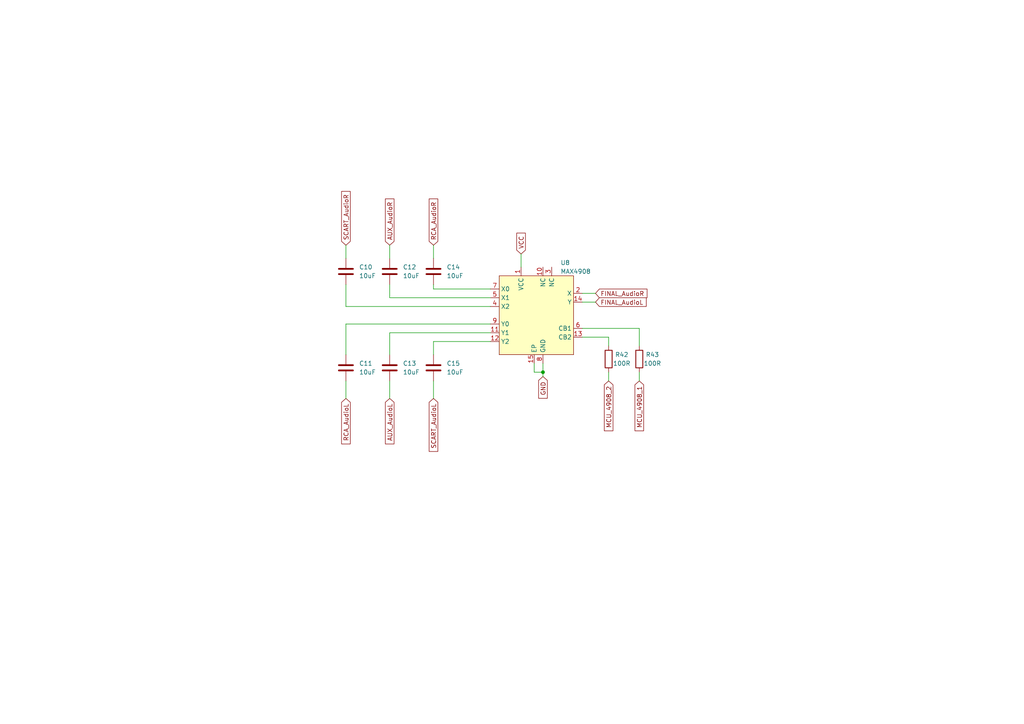
<source format=kicad_sch>
(kicad_sch (version 20211123) (generator eeschema)
  (paper "A4")
  (title_block (title "RT5XP-EXP") (date "2023-04-07") (rev "V1.1") (company "Artjom Eske"))
  (lib_symbols
    (symbol "AE:MAX4908"
      (property "Reference" "U" (at 11.43 15.24 0))
      (property "Value" "MAX4908" (at 11.43 12.7 0))
      (symbol "MAX4908_0_1"
        (rectangle (start -10.16 11.43) (end 11.43 -11.43) (fill (type background)))
      )
      (symbol "MAX4908_1_1"
        (pin passive line (at -3.81 13.97 270) (length 2.54) (name "VCC") (number "1"))
        (pin passive line (at 2.54 13.97 270) (length 2.54) (name "NC") (number "10"))
        (pin passive line (at -12.7 -5.08 0) (length 2.54) (name "Y1") (number "11"))
        (pin passive line (at -12.7 -7.62 0) (length 2.54) (name "Y2") (number "12"))
        (pin passive line (at 13.97 -6.35 180) (length 2.54) (name "CB2") (number "13"))
        (pin passive line (at 13.97 3.81 180) (length 2.54) (name "Y") (number "14"))
        (pin passive line (at 0 -13.97 90) (length 2.54) (name "EP") (number "15"))
        (pin passive line (at 13.97 6.35 180) (length 2.54) (name "X") (number "2"))
        (pin passive line (at 5.08 13.97 270) (length 2.54) (name "NC") (number "3"))
        (pin passive line (at -12.7 2.54 0) (length 2.54) (name "X2") (number "4"))
        (pin passive line (at -12.7 5.08 0) (length 2.54) (name "X1") (number "5"))
        (pin passive line (at 13.97 -3.81 180) (length 2.54) (name "CB1") (number "6"))
        (pin passive line (at -12.7 7.62 0) (length 2.54) (name "X0") (number "7"))
        (pin passive line (at 2.54 -13.97 90) (length 2.54) (name "GND") (number "8"))
        (pin passive line (at -12.7 -2.54 0) (length 2.54) (name "Y0") (number "9"))
      )
    )
    (symbol "Device:C" (pin_numbers hide) (pin_names (offset 0.254))
      (property "Reference" "C" (at 0.635 2.54 0))
      (property "Value" "C" (at 0.635 -2.54 0))
      (symbol "C_0_1"
        (polyline (pts (xy -2.032 -0.762) (xy 2.032 -0.762)) (stroke (width 0.508)))
        (polyline (pts (xy -2.032 0.762) (xy 2.032 0.762)) (stroke (width 0.508)))
      )
      (symbol "C_1_1"
        (pin passive line (at 0 3.81 270) (length 2.794) (name "~") (number "1"))
        (pin passive line (at 0 -3.81 90) (length 2.794) (name "~") (number "2"))
      )
    )
    (symbol "Device:R" (pin_numbers hide) (pin_names (offset 0))
      (property "Reference" "R" (at 2.032 0 90))
      (property "Value" "R" (at 0 0 90))
      (symbol "R_0_1"
        (rectangle (start -1.016 -2.54) (end 1.016 2.54) (stroke (width 0.254)))
      )
      (symbol "R_1_1"
        (pin passive line (at 0 3.81 270) (length 1.27) (name "~") (number "1"))
        (pin passive line (at 0 -3.81 90) (length 1.27) (name "~") (number "2"))
      )
    )
  )
  (junction (at 157.48 107.95))
  (wire (pts (xy 125.73 115.57) (xy 125.73 110.49)))
  (wire (pts (xy 168.91 97.79) (xy 176.53 97.79)))
  (wire (pts (xy 113.03 86.36) (xy 113.03 82.55)))
  (wire (pts (xy 142.24 83.82) (xy 125.73 83.82)))
  (wire (pts (xy 125.73 71.12) (xy 125.73 74.93)))
  (wire (pts (xy 142.24 96.52) (xy 113.03 96.52)))
  (wire (pts (xy 100.33 71.12) (xy 100.33 74.93)))
  (wire (pts (xy 176.53 97.79) (xy 176.53 100.33)))
  (wire (pts (xy 125.73 83.82) (xy 125.73 82.55)))
  (wire (pts (xy 113.03 96.52) (xy 113.03 102.87)))
  (wire (pts (xy 185.42 110.49) (xy 185.42 107.95)))
  (wire (pts (xy 168.91 95.25) (xy 185.42 95.25)))
  (wire (pts (xy 172.72 87.63) (xy 168.91 87.63)))
  (wire (pts (xy 172.72 85.09) (xy 168.91 85.09)))
  (wire (pts (xy 100.33 93.98) (xy 100.33 102.87)))
  (wire (pts (xy 113.03 115.57) (xy 113.03 110.49)))
  (wire (pts (xy 151.13 73.66) (xy 151.13 77.47)))
  (wire (pts (xy 176.53 110.49) (xy 176.53 107.95)))
  (wire (pts (xy 154.94 107.95) (xy 157.48 107.95)))
  (wire (pts (xy 100.33 115.57) (xy 100.33 110.49)))
  (wire (pts (xy 142.24 99.06) (xy 125.73 99.06)))
  (wire (pts (xy 113.03 71.12) (xy 113.03 74.93)))
  (wire (pts (xy 154.94 105.41) (xy 154.94 107.95)))
  (wire (pts (xy 125.73 99.06) (xy 125.73 102.87)))
  (wire (pts (xy 142.24 93.98) (xy 100.33 93.98)))
  (wire (pts (xy 157.48 105.41) (xy 157.48 107.95)))
  (wire (pts (xy 142.24 88.9) (xy 100.33 88.9)))
  (wire (pts (xy 142.24 86.36) (xy 113.03 86.36)))
  (wire (pts (xy 100.33 88.9) (xy 100.33 82.55)))
  (wire (pts (xy 185.42 95.25) (xy 185.42 100.33)))
  (wire (pts (xy 157.48 107.95) (xy 157.48 109.22)))
  (global_label "AUX_AudioR" (shape input) (at 113.03 71.12 90) (property "Intersheet References" "${INTERSHEET_REFS}" (effects hide)))
  (global_label "AUX_AudioL" (shape input) (at 113.03 115.57 270) (property "Intersheet References" "${INTERSHEET_REFS}" (effects hide)))
  (global_label "SCART_AudioL" (shape input) (at 125.73 115.57 270) (property "Intersheet References" "${INTERSHEET_REFS}" (effects hide)))
  (global_label "GND" (shape input) (at 157.48 109.22 270) (property "Intersheet References" "${INTERSHEET_REFS}" (effects hide)))
  (global_label "MCU_4908_1" (shape input) (at 185.42 110.49 270) (property "Intersheet References" "${INTERSHEET_REFS}" (effects hide)))
  (global_label "VCC" (shape input) (at 151.13 73.66 90) (property "Intersheet References" "${INTERSHEET_REFS}" (effects hide)))
  (global_label "RCA_AudioR" (shape input) (at 125.73 71.12 90) (property "Intersheet References" "${INTERSHEET_REFS}" (effects hide)))
  (global_label "FINAL_AudioR" (shape input) (at 172.72 85.09 0) (property "Intersheet References" "${INTERSHEET_REFS}" (effects hide)))
  (global_label "FINAL_AudioL" (shape input) (at 172.72 87.63 0) (property "Intersheet References" "${INTERSHEET_REFS}" (effects hide)))
  (global_label "MCU_4908_2" (shape input) (at 176.53 110.49 270) (property "Intersheet References" "${INTERSHEET_REFS}" (effects hide)))
  (global_label "RCA_AudioL" (shape input) (at 100.33 115.57 270) (property "Intersheet References" "${INTERSHEET_REFS}" (effects hide)))
  (global_label "SCART_AudioR" (shape input) (at 100.33 71.12 90) (property "Intersheet References" "${INTERSHEET_REFS}" (effects hide)))
  (symbol (lib_id "Device:C") (at 100.33 78.74 180) (unit 1)
    (property "Reference" "C10" (at 104.14 77.4699 0) (effects (justify right)))
    (property "Value" "10uF" (at 104.14 80.0099 0) (effects (justify right)))
    (property "Footprint" "Capacitor_SMD:C_0603_1608Metric" (effects hide))
  )
  (symbol (lib_id "Device:R") (at 185.42 104.14 180) (unit 1)
    (property "Reference" "R43" (at 189.23 102.87 0))
    (property "Value" "100R" (at 189.23 105.41 0))
    (property "Footprint" "Resistor_SMD:R_0603_1608Metric" (effects hide))
  )
  (symbol (lib_id "Device:C") (at 125.73 78.74 180) (unit 1)
    (property "Reference" "C14" (at 129.54 77.4699 0) (effects (justify right)))
    (property "Value" "10uF" (at 129.54 80.0099 0) (effects (justify right)))
    (property "Footprint" "Capacitor_SMD:C_0603_1608Metric" (effects hide))
  )
  (symbol (lib_id "Device:C") (at 100.33 106.68 180) (unit 1)
    (property "Reference" "C11" (at 104.14 105.4099 0) (effects (justify right)))
    (property "Value" "10uF" (at 104.14 107.9499 0) (effects (justify right)))
    (property "Footprint" "Capacitor_SMD:C_0603_1608Metric" (effects hide))
  )
  (symbol (lib_id "Device:C") (at 113.03 78.74 180) (unit 1)
    (property "Reference" "C12" (at 116.84 77.4699 0) (effects (justify right)))
    (property "Value" "10uF" (at 116.84 80.0099 0) (effects (justify right)))
    (property "Footprint" "Capacitor_SMD:C_0603_1608Metric" (effects hide))
  )
  (symbol (lib_id "AE:MAX4908") (at 154.94 91.44 0) (unit 1)
    (property "Reference" "U8" (at 162.56 76.2 0) (effects (justify left)))
    (property "Value" "MAX4908" (at 162.56 78.74 0) (effects (justify left)))
    (property "Footprint" "Package_DFN_QFN:TDFN-14-1EP_3x3mm_P0.4mm_EP1.78x2.35mm" (effects hide))
  )
  (symbol (lib_id "Device:R") (at 176.53 104.14 180) (unit 1)
    (property "Reference" "R42" (at 180.34 102.87 0))
    (property "Value" "100R" (at 180.34 105.41 0))
    (property "Footprint" "Resistor_SMD:R_0603_1608Metric" (effects hide))
  )
  (symbol (lib_id "Device:C") (at 113.03 106.68 180) (unit 1)
    (property "Reference" "C13" (at 116.84 105.4099 0) (effects (justify right)))
    (property "Value" "10uF" (at 116.84 107.9499 0) (effects (justify right)))
    (property "Footprint" "Capacitor_SMD:C_0603_1608Metric" (effects hide))
  )
  (symbol (lib_id "Device:C") (at 125.73 106.68 180) (unit 1)
    (property "Reference" "C15" (at 129.54 105.4099 0) (effects (justify right)))
    (property "Value" "10uF" (at 129.54 107.9499 0) (effects (justify right)))
    (property "Footprint" "Capacitor_SMD:C_0603_1608Metric" (effects hide))
  )
)
</source>
